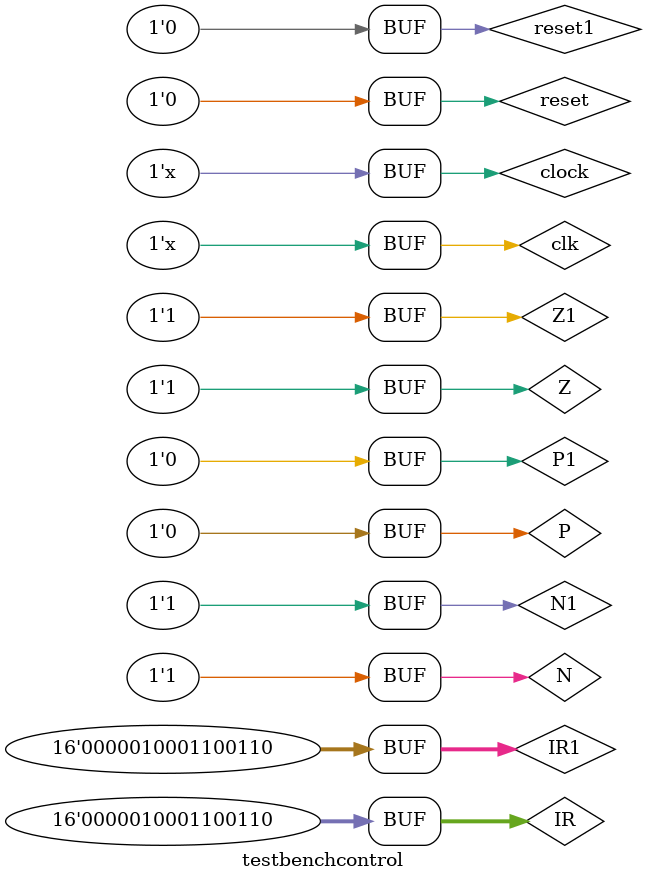
<source format=v>
module testbenchcontrol();

wire [15:0]IR;
reg [15:0]IR1;
assign IR = IR1;

reg clock;
wire clk;
assign clk = clock;

reg N1;
wire N;
assign N = N1;
 
reg Z1;
wire Z;
assign Z = Z1;

reg P1;
wire P;
assign P = P1;

reg reset1;
wire reset;
assign reset = reset1;

wire marE, marmux, pcE, adjmux, mdrControl, mdrmux, mdrE, srmux, drmux, regWriteE, memWriteE, nzpE, irE, lshift;
wire [1:0] pcmux, regmux, opmux;
wire [2:0] aluControl;
wire [4:0] state;

controlpath C0(marE, marmux, pcmux, pcE, adjmux, regmux, mdrControl, mdrmux, mdrE, opmux, aluControl,
srmux, drmux, regWriteE, nzpE, irE, lshift, IR, N, Z, P, clk, reset, memWriteE, state);

initial begin
clock = 1;
reset1 = 0;
N1 = 0;
Z1 = 0;
P1 = 1;
		
end

always 
#50 clock = ~clock;

initial begin

#200
IR1 = 16'b0001101000000111;

#600
IR1 = 16'b0001101000110101;

#600
IR1 = 16'b0101101000000111;

#600
IR1 = 16'b0010000110000111;

#700
IR1 = 16'b0011101001000111;

#700
IR1 = 16'b0000101001100110;
N1 = 1;
Z1 = 1;

#500
IR1 = 16'b0000010001100110;
P1 = 0;
end

endmodule


</source>
